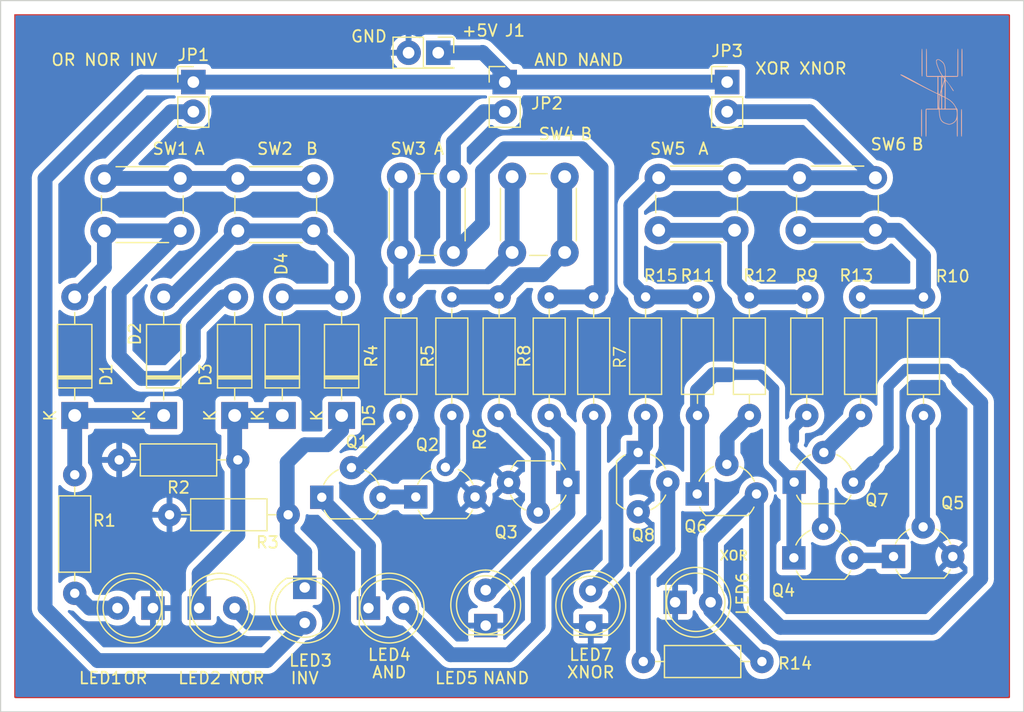
<source format=kicad_pcb>
(kicad_pcb (version 20221018) (generator pcbnew)
  (title_block (title "Placa Lógica Boolena") (date "2023-12-27") (rev "1.0") (company "IFSP-GRU") (comment 1 "Israel R. Dutra"))
  (layers (0 "F.Cu" signal) (31 "B.Cu" signal) (34 "B.Paste" user) (35 "F.Paste" user) (36 "B.SilkS" user "B.Silkscreen") (37 "F.SilkS" user "F.Silkscreen") (38 "B.Mask" user) (39 "F.Mask" user) (44 "Edge.Cuts" user))
  (net 0 "")
  (net 1 "Net-(D1-K)")
  (net 2 "Net-(D1-A)")
  (net 3 "Net-(D2-A)")
  (net 4 "Net-(D3-K)")
  (net 5 "Net-(D5-K)")
  (net 6 "+5V")
  (net 7 "Earth")
  (net 8 "/L1")
  (net 9 "/L2")
  (net 10 "/L3")
  (net 11 "Net-(LED1-A)")
  (net 12 "Net-(LED4-K)")
  (net 13 "Net-(LED4-A)")
  (net 14 "Net-(LED5-A)")
  (net 15 "Net-(LED6-A)")
  (net 16 "Net-(LED7-A)")
  (net 17 "Net-(Q1-B)")
  (net 18 "Net-(Q1-E)")
  (net 19 "Net-(Q2-B)")
  (net 20 "Net-(Q3-B)")
  (net 21 "Net-(Q4-C)")
  (net 22 "Net-(Q4-B)")
  (net 23 "Net-(Q4-E)")
  (net 24 "Net-(Q5-B)")
  (net 25 "Net-(Q6-B)")
  (net 26 "Net-(Q7-B)")
  (net 27 "Net-(Q8-B)")
  (net 28 "Net-(R4-Pad1)")
  (net 29 "Net-(R5-Pad1)")
  (net 30 "Net-(R12-Pad2)")
  (net 31 "Net-(R10-Pad1)")
  (footprint "Resistor_THT:R_Axial_DIN0207_L6.3mm_D2.5mm_P10.16mm_Horizontal" (layer "F.Cu") (at 146.6 100.33 -90)
    (fp_text reference "R5" (at 5.08 2.074 90) (layer "F.SilkS"))
    (fp_text value "22K")
    (pad "1" thru_hole circle (at 0 0 270) (size 1.8 1.8) (drill 0.8) (layers "*.Cu" "*.Mask") (net 29 "Net-(R5-Pad1)"))
    (pad "2" thru_hole oval (at 10.16 0 270) (size 2 2) (drill 0.8) (layers "*.Cu" "*.Mask") (net 19 "Net-(Q2-B)"))
  )
  (footprint "Resistor_THT:R_Axial_DIN0207_L6.3mm_D2.5mm_P10.16mm_Horizontal" (layer "F.Cu") (at 158.75 100.33 -90)
    (fp_text reference "R7" (at 5.17 -2.25 -90) (layer "F.SilkS") (effects (font (thickness 0.125))))
    (fp_text value "130")
    (pad "1" thru_hole circle (at 0 0 270) (size 2 2) (drill 0.8) (layers "*.Cu" "*.Mask") (net 9 "/L2"))
    (pad "2" thru_hole oval (at 10.16 0 270) (size 2 2) (drill 0.8) (layers "*.Cu" "*.Mask") (net 13 "Net-(LED4-A)"))
  )
  (footprint "Package_TO_SOT_THT:TO-92_Wide" (layer "F.Cu") (at 175.895 122.69)
    (fp_text reference "Q4" (at -0.895 2.81) (layer "F.SilkS"))
    (fp_text value "BC337")
    (pad "1" thru_hole rect (at 0 0) (size 2 2) (drill 0.8) (layers "*.Cu" "*.Mask") (net 21 "Net-(Q4-C)"))
    (pad "2" thru_hole circle (at 2.54 -2.54) (size 2 2) (drill 0.8) (layers "*.Cu" "*.Mask") (net 22 "Net-(Q4-B)"))
    (pad "3" thru_hole circle (at 5.08 0) (size 2 2) (drill 0.8) (layers "*.Cu" "*.Mask") (net 23 "Net-(Q4-E)"))
  )
  (footprint "Button_Switch_THT:SW_PUSH_6mm" (layer "F.Cu") (at 164.315 90.115)
    (fp_text reference "SW5" (at 0.785 -2.485) (layer "F.SilkS"))
    (fp_text value "SW_Push")
    (pad "1" thru_hole circle (at 0 0 90) (size 2.4 2.4) (drill 1.1) (layers "*.Cu" "*.Mask") (net 10 "/L3"))
    (pad "1" thru_hole circle (at 6.5 0 90) (size 2.4 2.4) (drill 1.1) (layers "*.Cu" "*.Mask") (net 10 "/L3"))
    (pad "2" thru_hole circle (at 0 4.5 90) (size 2.4 2.4) (drill 1.1) (layers "*.Cu" "*.Mask") (net 30 "Net-(R12-Pad2)"))
    (pad "2" thru_hole circle (at 6.5 4.5 90) (size 2.4 2.4) (drill 1.1) (layers "*.Cu" "*.Mask") (net 30 "Net-(R12-Pad2)"))
  )
  (footprint "Connector_PinHeader_2.54mm:PinHeader_1x02_P2.54mm_Vertical" (layer "F.Cu") (at 124.46 81.915)
    (fp_text reference "JP1" (at 0 -2.33) (layer "F.SilkS"))
    (fp_text value "Jumper_2_Bridged")
    (pad "1" thru_hole rect (at 0 0) (size 2.1 2.1) (drill 1) (layers "*.Cu" "*.Mask") (net 6 "+5V"))
    (pad "2" thru_hole oval (at 0 2.54) (size 2.1 2.1) (drill 1) (layers "*.Cu" "*.Mask") (net 8 "/L1"))
  )
  (footprint "Package_TO_SOT_THT:TO-92_Wide" (layer "F.Cu") (at 135.46 117.5)
    (fp_text reference "Q1" (at 3.04 -4.75) (layer "F.SilkS"))
    (fp_text value "BC337" hide)
    (pad "1" thru_hole rect (at 0 0) (size 2 2) (drill 0.8) (layers "*.Cu" "*.Mask") (net 12 "Net-(LED4-K)"))
    (pad "2" thru_hole circle (at 2.54 -2.54) (size 2 2) (drill 0.8) (layers "*.Cu" "*.Mask") (net 17 "Net-(Q1-B)"))
    (pad "3" thru_hole circle (at 5.08 0) (size 2 2) (drill 0.8) (layers "*.Cu" "*.Mask") (net 18 "Net-(Q1-E)"))
  )
  (footprint "Connector_PinHeader_2.54mm:PinHeader_1x02_P2.54mm_Vertical" (layer "F.Cu") (at 151.13 81.915)
    (fp_text reference "JP2" (at 3.62 1.835) (layer "F.SilkS"))
    (fp_text value "Jumper_2_Bridged")
    (pad "1" thru_hole rect (at 0 0) (size 2.1 2.1) (drill 1) (layers "*.Cu" "*.Mask") (net 6 "+5V"))
    (pad "2" thru_hole oval (at 0 2.54) (size 2.1 2.1) (drill 1) (layers "*.Cu" "*.Mask") (net 9 "/L2"))
  )
  (footprint "Resistor_THT:R_Axial_DIN0207_L6.3mm_D2.5mm_P10.16mm_Horizontal" (layer "F.Cu") (at 142.24 100.33 -90)
    (fp_text reference "R4" (at 5.08 2.54 90) (layer "F.SilkS"))
    (fp_text value "22K")
    (pad "1" thru_hole circle (at 0 0 270) (size 2 2) (drill 0.8) (layers "*.Cu" "*.Mask") (net 28 "Net-(R4-Pad1)"))
    (pad "2" thru_hole oval (at 10.16 0 270) (size 2 2) (drill 0.8) (layers "*.Cu" "*.Mask") (net 17 "Net-(Q1-B)"))
  )
  (footprint "LED_THT:LED_D5.0mm_IRGrey" (layer "F.Cu") (at 166.225 126.5)
    (fp_text reference "LED6" (at 5.275 -0.75 -90) (layer "F.SilkS"))
    (fp_text value "LD271" hide)
    (pad "1" thru_hole rect (at -0.5 0) (size 2 2) (drill 0.9) (layers "*.Cu" "*.Mask") (net 7 "Earth"))
    (pad "2" thru_hole circle (at 2.54 0) (size 2 2) (drill 0.9) (layers "*.Cu" "*.Mask") (net 15 "Net-(LED6-A)"))
  )
  (footprint "Diode_THT:D_DO-41_SOD81_P10.16mm_Horizontal" (layer "F.Cu") (at 128 110.49 90)
    (fp_text reference "D3" (at 3.49 -2.5 90) (layer "F.SilkS"))
    (fp_text value "1N4001" hide)
    (fp_text user "K" (at 0 -2.1 90) (layer "F.SilkS"))
    (pad "1" thru_hole rect (at 0 0 90) (size 2.3 2.3) (drill 1.1) (layers "*.Cu" "*.Mask") (net 4 "Net-(D3-K)"))
    (pad "2" thru_hole oval (at 10.16 0 90) (size 2.3 2.3) (drill 1.1) (layers "*.Cu" "*.Mask") (net 2 "Net-(D1-A)"))
  )
  (footprint "LED_THT:LED_D5.0mm_IRGrey" (layer "F.Cu") (at 158.5 128.04 90)
    (fp_text reference "LED7" (at -2.96 0 180) (layer "F.SilkS"))
    (fp_text value "LD271" hide)
    (pad "1" thru_hole rect (at -0.5 0 90) (size 2 2) (drill 0.9) (layers "*.Cu" "*.Mask") (net 7 "Earth"))
    (pad "2" thru_hole circle (at 2.54 0 90) (size 2 2) (drill 0.9) (layers "*.Cu" "*.Mask") (net 16 "Net-(LED7-A)"))
  )
  (footprint "Resistor_THT:R_Axial_DIN0207_L6.3mm_D2.5mm_P10.16mm_Horizontal" (layer "F.Cu") (at 173.16 131.58 180)
    (fp_text reference "R14" (at -2.84 -0.17 180) (layer "F.SilkS"))
    (fp_text value "6.8K")
    (pad "1" thru_hole circle (at 0 0 180) (size 2 2) (drill 0.8) (layers "*.Cu" "*.Mask") (net 15 "Net-(LED6-A)"))
    (pad "2" thru_hole oval (at 10.16 0 180) (size 2 2) (drill 0.8) (layers "*.Cu" "*.Mask") (net 27 "Net-(Q8-B)"))
  )
  (footprint "Resistor_THT:R_Axial_DIN0207_L6.3mm_D2.5mm_P10.16mm_Horizontal" (layer "F.Cu") (at 154.94 100.33 -90)
    (fp_text reference "R8" (at 5.07 2.14 -90) (layer "F.SilkS"))
    (fp_text value "220")
    (pad "1" thru_hole circle (at 0 0 270) (size 2 2) (drill 0.8) (layers "*.Cu" "*.Mask") (net 9 "/L2"))
    (pad "2" thru_hole oval (at 10.16 0 270) (size 2 2) (drill 0.8) (layers "*.Cu" "*.Mask") (net 14 "Net-(LED5-A)"))
  )
  (footprint "Resistor_THT:R_Axial_DIN0207_L6.3mm_D2.5mm_P10.16mm_Horizontal" (layer "F.Cu") (at 177 100.33 -90)
    (fp_text reference "R9" (at -1.83 0 -180) (layer "F.SilkS"))
    (fp_text value "6.8K")
    (pad "1" thru_hole circle (at 0 0 270) (size 2 2) (drill 0.8) (layers "*.Cu" "*.Mask") (net 30 "Net-(R12-Pad2)"))
    (pad "2" thru_hole oval (at 10.16 0 270) (size 2 2) (drill 0.8) (layers "*.Cu" "*.Mask") (net 22 "Net-(Q4-B)"))
  )
  (footprint "Diode_THT:D_DO-41_SOD81_P10.16mm_Horizontal" (layer "F.Cu") (at 137.16 110.49 90)
    (fp_text reference "D5" (at -0.01 2.34 90) (layer "F.SilkS"))
    (fp_text value "1N4001" hide)
    (fp_text user "K" (at 0 -2.1 90) (layer "F.SilkS"))
    (pad "1" thru_hole rect (at 0 0 90) (size 2.3 2.3) (drill 1.1) (layers "*.Cu" "*.Mask") (net 5 "Net-(D5-K)"))
    (pad "2" thru_hole oval (at 10.16 0 90) (size 2.3 2.3) (drill 1.1) (layers "*.Cu" "*.Mask") (net 3 "Net-(D2-A)"))
  )
  (footprint "Connector_PinHeader_2.54mm:PinHeader_1x02_P2.54mm_Vertical" (layer "F.Cu") (at 170.18 81.915)
    (fp_text reference "JP3" (at 0 -2.665) (layer "F.SilkS"))
    (fp_text value "Jumper_2_Bridged")
    (pad "1" thru_hole rect (at 0 0) (size 2.1 2.1) (drill 1) (layers "*.Cu" "*.Mask") (net 6 "+5V"))
    (pad "2" thru_hole oval (at 0 2.54) (size 2.1 2.1) (drill 1) (layers "*.Cu" "*.Mask") (net 10 "/L3"))
  )
  (footprint "LED_THT:LED_D5.0mm_IRGrey" (layer "F.Cu") (at 134 125.73 -90)
    (fp_text reference "LED3" (at 5.77 -0.5 -180) (layer "F.SilkS"))
    (fp_text value "LD271" hide)
    (pad "1" thru_hole rect (at -0.5 0 270) (size 2 2) (drill 0.9) (layers "*.Cu" "*.Mask") (net 5 "Net-(D5-K)"))
    (pad "2" thru_hole circle (at 2.54 0 270) (size 2 2) (drill 0.9) (layers "*.Cu" "*.Mask") (net 6 "+5V"))
  )
  (footprint "Package_TO_SOT_THT:TO-92_Wide" (layer "F.Cu") (at 162.56 113.665 -90)
    (fp_text reference "Q8" (at 7.085 -0.44 -180) (layer "F.SilkS"))
    (fp_text value "BC337" hide)
    (pad "1" thru_hole rect (at 0 0 270) (size 2 2) (drill 0.8) (layers "*.Cu" "*.Mask") (net 16 "Net-(LED7-A)"))
    (pad "2" thru_hole circle (at 2.54 -2.54 270) (size 2 2) (drill 0.8) (layers "*.Cu" "*.Mask") (net 27 "Net-(Q8-B)"))
    (pad "3" thru_hole circle (at 5.08 0 270) (size 2 2) (drill 0.8) (layers "*.Cu" "*.Mask") (net 7 "Earth"))
  )
  (footprint "Resistor_THT:R_Axial_DIN0207_L6.3mm_D2.5mm_P10.16mm_Horizontal" (layer "F.Cu") (at 128.27 114.3 180)
    (fp_text reference "R2" (at 5.08 -2.37) (layer "F.SilkS"))
    (fp_text value "160")
    (pad "1" thru_hole circle (at 0 0 180) (size 2 2) (drill 0.8) (layers "*.Cu" "*.Mask") (net 4 "Net-(D3-K)"))
    (pad "2" thru_hole oval (at 10.16 0 180) (size 2 2) (drill 0.8) (layers "*.Cu" "*.Mask") (net 7 "Earth"))
  )
  (footprint "Diode_THT:D_DO-41_SOD81_P10.16mm_Horizontal" (layer "F.Cu") (at 132.08 110.49 90)
    (fp_text reference "D4" (at 12.99 -0.08 90) (layer "F.SilkS"))
    (fp_text value "1N4001" hide)
    (fp_text user "K" (at 0 -2.1 90) (layer "F.SilkS"))
    (pad "1" thru_hole rect (at 0 0 90) (size 2.3 2.3) (drill 1.1) (layers "*.Cu" "*.Mask") (net 4 "Net-(D3-K)"))
    (pad "2" thru_hole oval (at 10.16 0 90) (size 2.3 2.3) (drill 1.1) (layers "*.Cu" "*.Mask") (net 3 "Net-(D2-A)"))
  )
  (footprint "LED_THT:LED_D5.0mm_IRGrey" (layer "F.Cu") (at 125.46 127)
    (fp_text reference "LED2" (at -0.46 6) (layer "F.SilkS"))
    (fp_text value "LD271" hide)
    (pad "1" thru_hole rect (at -0.5 0) (size 2 2) (drill 0.9) (layers "*.Cu" "*.Mask") (net 4 "Net-(D3-K)"))
    (pad "2" thru_hole circle (at 2.54 0) (size 2 2) (drill 0.9) (layers "*.Cu" "*.Mask") (net 6 "+5V"))
  )
  (footprint "LED_THT:LED_D5.0mm_IRGrey" (layer "F.Cu") (at 120.5 127 180)
    (fp_text reference "LED1" (at 4 -6) (layer "F.SilkS"))
    (fp_text value "LD271" hide)
    (pad "1" thru_hole rect (at -0.5 0 180) (size 2 2) (drill 0.9) (layers "*.Cu" "*.Mask") (net 7 "Earth"))
    (pad "2" thru_hole circle (at 2.54 0 180) (size 2 2) (drill 0.9) (layers "*.Cu" "*.Mask") (net 11 "Net-(LED1-A)"))
  )
  (footprint "LED_THT:LED_D5.0mm_IRGrey" (layer "F.Cu") (at 149.5 128 90)
    (fp_text reference "LED5" (at -5 -2.5 180) (layer "F.SilkS"))
    (fp_text value "LD271" hide)
    (pad "1" thru_hole rect (at -0.5 0 90) (size 2 2) (drill 0.9) (layers "*.Cu" "*.Mask") (net 7 "Earth"))
    (pad "2" thru_hole circle (at 2.54 0 90) (size 2 2) (drill 0.9) (layers "*.Cu" "*.Mask") (net 14 "Net-(LED5-A)"))
  )
  (footprint "LED_THT:LED_D5.0mm_IRGrey" (layer "F.Cu") (at 139.96 127)
    (fp_text reference "LED4" (at 1.29 4 180) (layer "F.SilkS"))
    (fp_text value "LD271" hide)
    (pad "1" thru_hole rect (at -0.5 0) (size 2 2) (drill 0.9) (layers "*.Cu" "*.Mask") (net 12 "Net-(LED4-K)"))
    (pad "2" thru_hole circle (at 2.54 0) (size 2 2) (drill 0.9) (layers "*.Cu" "*.Mask") (net 13 "Net-(LED4-A)"))
  )
  (footprint "Resistor_THT:R_Axial_DIN0207_L6.3mm_D2.5mm_P10.16mm_Horizontal" (layer "F.Cu") (at 167.64 110.49 90)
    (fp_text reference "R11" (at 11.99 0 180) (layer "F.SilkS"))
    (fp_text value "200")
    (pad "1" thru_hole circle (at 0 0 90) (size 2 2) (drill 0.8) (layers "*.Cu" "*.Mask") (net 21 "Net-(Q4-C)"))
    (pad "2" thru_hole oval (at 10.16 0 90) (size 2 2) (drill 0.8) (layers "*.Cu" "*.Mask") (net 10 "/L3"))
  )
  (footprint "Package_TO_SOT_THT:TO-92_Wide" (layer "F.Cu") (at 167.6146 117.221)
    (fp_text reference "Q6" (at -0.1146 2.779) (layer "F.SilkS"))
    (fp_text value "BC337" hide)
    (pad "1" thru_hole rect (at 0 0) (size 2 2) (drill 0.8) (layers "*.Cu" "*.Mask") (net 21 "Net-(Q4-C)"))
    (pad "2" thru_hole circle (at 2.54 -2.54) (size 2 2) (drill 0.8) (layers "*.Cu" "*.Mask") (net 25 "Net-(Q6-B)"))
    (pad "3" thru_hole circle (at 5.08 0) (size 2 2) (drill 0.8) (layers "*.Cu" "*.Mask") (net 15 "Net-(LED6-A)"))
  )
  (footprint "Connector_PinSocket_2.54mm:PinSocket_2x01_P2.54mm_Vertical" (layer "F.Cu") (at 145.435 79.4)
    (fp_text reference "J1" (at 6.565 -1.9) (layer "F.SilkS"))
    (fp_text value "Conn_01x02")
    (pad "1" thru_hole rect (at 0 0) (size 2.1 2.1) (drill 1) (layers "*.Cu" "*.Mask") (net 6 "+5V"))
    (pad "2" thru_hole oval (at -2.54 0) (size 2.1 2.1) (drill 1) (layers "*.Cu" "*.Mask") (net 7 "Earth"))
  )
  (footprint "Resistor_THT:R_Axial_DIN0207_L6.3mm_D2.5mm_P10.16mm_Horizontal" (layer "F.Cu") (at 172.085 110.49 90)
    (fp_text reference "R12" (at 11.99 0.915 180) (layer "F.SilkS"))
    (fp_text value "6.8K")
    (pad "1" thru_hole circle (at 0 0 90) (size 2 2) (drill 0.8) (layers "*.Cu" "*.Mask") (net 25 "Net-(Q6-B)"))
    (pad "2" thru_hole oval (at 10.16 0 90) (size 2 2) (drill 0.8) (layers "*.Cu" "*.Mask") (net 30 "Net-(R12-Pad2)"))
  )
  (footprint "Button_Switch_THT:SW_PUSH_6mm" (layer "F.Cu") (at 128.27 90.17)
    (fp_text reference "SW2" (at 3.175 -2.54) (layer "F.SilkS"))
    (fp_text value "SW_Push")
    (pad "1" thru_hole circle (at 0 0 90) (size 2.4 2.4) (drill 1.1) (layers "*.Cu" "*.Mask") (net 8 "/L1"))
    (pad "1" thru_hole circle (at 6.5 0 90) (size 2.4 2.4) (drill 1.1) (layers "*.Cu" "*.Mask") (net 8 "/L1"))
    (pad "2" thru_hole circle (at 0 4.5 90) (size 2.4 2.4) (drill 1.1) (layers "*.Cu" "*.Mask") (net 3 "Net-(D2-A)"))
    (pad "2" thru_hole circle (at 6.5 4.5 90) (size 2.4 2.4) (drill 1.1) (layers "*.Cu" "*.Mask") (net 3 "Net-(D2-A)"))
  )
  (footprint "Resistor_THT:R_Axial_DIN0207_L6.3mm_D2.5mm_P10.16mm_Horizontal" (layer "F.Cu") (at 181.61 100.33 -90)
    (fp_text reference "R13" (at -1.83 0.36 -180) (layer "F.SilkS"))
    (fp_text value "6.8K")
    (pad "1" thru_hole circle (at 0 0 270) (size 2 2) (drill 0.8) (layers "*.Cu" "*.Mask") (net 31 "Net-(R10-Pad1)"))
    (pad "2" thru_hole oval (at 10.16 0 270) (size 2 2) (drill 0.8) (layers "*.Cu" "*.Mask") (net 26 "Net-(Q7-B)"))
  )
  (footprint "Resistor_THT:R_Axial_DIN0207_L6.3mm_D2.5mm_P10.16mm_Horizontal" (layer "F.Cu") (at 187 100.34 -90)
    (fp_text reference "R10" (at -1.778 -2.5 -180) (layer "F.SilkS"))
    (fp_text value "6.8K")
    (pad "1" thru_hole circle (at 0 0 270) (size 2 2) (drill 0.8) (layers "*.Cu" "*.Mask") (net 31 "Net-(R10-Pad1)"))
    (pad "2" thru_hole oval (at 10.16 0 270) (size 2 2) (drill 0.8) (layers "*.Cu" "*.Mask") (net 24 "Net-(Q5-B)"))
  )
  (footprint "Button_Switch_THT:SW_PUSH_6mm" (layer "F.Cu") (at 116.84 90.17)
    (fp_text reference "SW1" (at 5.66 -2.54) (layer "F.SilkS"))
    (fp_text value "SW_Push")
    (pad "1" thru_hole circle (at 0 0 90) (size 2.4 2.4) (drill 1.1) (layers "*.Cu" "*.Mask") (net 8 "/L1"))
    (pad "1" thru_hole circle (at 6.5 0 90) (size 2.4 2.4) (drill 1.1) (layers "*.Cu" "*.Mask") (net 8 "/L1"))
    (pad "2" thru_hole circle (at 0 4.5 90) (size 2.4 2.4) (drill 1.1) (layers "*.Cu" "*.Mask") (net 2 "Net-(D1-A)"))
    (pad "2" thru_hole circle (at 6.5 4.5 90) (size 2.4 2.4) (drill 1.1) (layers "*.Cu" "*.Mask") (net 2 "Net-(D1-A)"))
  )
  (footprint "Resistor_THT:R_Axial_DIN0207_L6.3mm_D2.5mm_P10.16mm_Horizontal" (layer "F.Cu") (at 114.3 115.57 -90)
    (fp_text reference "R1" (at 3.93 -2.54 -180) (layer "F.SilkS"))
    (fp_text value "130")
    (pad "1" thru_hole circle (at 0 0 270) (size 2 2) (drill 0.8) (layers "*.Cu" "*.Mask") (net 1 "Net-(D1-K)"))
    (pad "2" thru_hole oval (at 10.16 0 270) (size 2 2) (drill 0.8) (layers "*.Cu" "*.Mask") (net 11 "Net-(LED1-A)"))
  )
  (footprint "Button_Switch_THT:SW_PUSH_6mm" (layer "F.Cu") (at 151.765 96.52 90)
    (fp_text reference "SW4" (at 10.16 3.81 180) (layer "F.SilkS"))
    (fp_text value "SW_Push")
    (pad "1" thru_hole circle (at 0 0 180) (size 2.4 2.4) (drill 1.1) (layers "*.Cu" "*.Mask") (net 28 "Net-(R4-Pad1)"))
    (pad "1" thru_hole circle (at 6.5 0 180) (size 2.4 2.4) (drill 1.1) (layers "*.Cu" "*.Mask") (net 28 "Net-(R4-Pad1)"))
    (pad "2" thru_hole circle (at 0 4.5 180) (size 2.4 2.4) (drill 1.1) (layers "*.Cu" "*.Mask") (net 29 "Net-(R5-Pad1)"))
    (pad "2" thru_hole circle (at 6.5 4.5 180) (size 2.4 2.4) (drill 1.1) (layers "*.Cu" "*.Mask") (net 29 "Net-(R5-Pad1)"))
  )
  (footprint "Package_TO_SOT_THT:TO-92_Wide" (layer "F.Cu") (at 156.54 116.23 180)
    (fp_text reference "Q3" (at 5.29 -4.27) (layer "F.SilkS"))
    (fp_text value "BC337" hide)
    (pad "1" thru_hole rect (at 0 0 180) (size 2 2) (drill 0.8) (layers "*.Cu" "*.Mask") (net 14 "Net-(LED5-A)"))
    (pad "2" thru_hole circle (at 2.54 -2.54 180) (size 2 2) (drill 0.8) (layers "*.Cu" "*.Mask") (net 20 "Net-(Q3-B)"))
    (pad "3" thru_hole circle (at 5.08 0 180) (size 2 2) (drill 0.8) (layers "*.Cu" "*.Mask") (net 7 "Earth"))
  )
  (footprint "Diode_THT:D_DO-41_SOD81_P10.16mm_Horizontal" (layer "F.Cu") (at 121.92 110.49 90)
    (fp_text reference "D2" (at 6.99 -2.47 90) (layer "F.SilkS"))
    (fp_text value "1N4001" hide)
    (fp_text user "K" (at 0 -2.1 90) (layer "F.SilkS"))
    (pad "1" thru_hole rect (at 0 0 90) (size 2.3 2.3) (drill 1.1) (layers "*.Cu" "*.Mask") (net 1 "Net-(D1-K)"))
    (pad "2" thru_hole oval (at 10.16 0 90) (size 2.3 2.3) (drill 1.1) (layers "*.Cu" "*.Mask") (net 3 "Net-(D2-A)"))
  )
  (footprint "Resistor_THT:R_Axial_DIN0207_L6.3mm_D2.5mm_P10.16mm_Horizontal" (layer "F.Cu") (at 132.58 119 180)
    (fp_text reference "R3" (at 1.77 -2.37) (layer "F.SilkS"))
    (fp_text value "160")
    (pad "1" thru_hole circle (at 0 0 180) (size 2 2) (drill 0.8) (layers "*.Cu" "*.Mask") (net 5 "Net-(D5-K)"))
    (pad "2" thru_hole oval (at 10.16 0 180) (size 2 2) (drill 0.8) (layers "*.Cu" "*.Mask") (net 7 "Earth"))
  )
  (footprint "Button_Switch_THT:SW_PUSH_6mm" (layer "F.Cu") (at 146.74 90.02 -90)
    (fp_text reference "SW3" (at -2.39 3.865 -180) (layer "F.SilkS"))
    (fp_text value "SW_Push")
    (pad "1" thru_hole circle (at 0 0) (size 2.4 2.4) (drill 1.1) (layers "*.Cu" "*.Mask") (net 9 "/L2"))
    (pad "1" thru_hole circle (at 6.5 0) (size 2.4 2.4) (drill 1.1) (layers "*.Cu" "*.Mask") (net 9 "/L2"))
    (pad "2" thru_hole circle (at 0 4.5) (size 2.4 2.4) (drill 1.1) (layers "*.Cu" "*.Mask") (net 28 "Net-(R4-Pad1)"))
    (pad "2" thru_hole circle (at 6.5 4.5) (size 2.4 2.4) (drill 1.1) (layers "*.Cu" "*.Mask") (net 28 "Net-(R4-Pad1)"))
  )
  (footprint "Button_Switch_THT:SW_PUSH_6mm" (layer "F.Cu") (at 176.38 90.115)
    (fp_text reference "SW6" (at 7.62 -2.865) (layer "F.SilkS"))
    (fp_text value "SW_Push")
    (pad "1" thru_hole circle (at 0 0 90) (size 2.4 2.4) (drill 1.1) (layers "*.Cu" "*.Mask") (net 10 "/L3"))
    (pad "1" thru_hole circle (at 6.5 0 90) (size 2 2) (drill 1.1) (layers "*.Cu" "*.Mask") (net 10 "/L3"))
    (pad "2" thru_hole circle (at 0 4.5 90) (size 2.4 2.4) (drill 1.1) (layers "*.Cu" "*.Mask") (net 31 "Net-(R10-Pad1)"))
    (pad "2" thru_hole circle (at 6.5 4.5 90) (size 2.4 2.4) (drill 1.1) (layers "*.Cu" "*.Mask") (net 31 "Net-(R10-Pad1)"))
  )
  (footprint "Resistor_THT:R_Axial_DIN0207_L6.3mm_D2.5mm_P10.16mm_Horizontal" (layer "F.Cu") (at 150.65 100.33 -90)
    (fp_text reference "R6" (at 12.17 1.65 -90) (layer "F.SilkS"))
    (fp_text value "22K")
    (pad "1" thru_hole circle (at 0 0 270) (size 2 2) (drill 0.8) (layers "*.Cu" "*.Mask") (net 29 "Net-(R5-Pad1)"))
    (pad "2" thru_hole oval (at 10.16 0 270) (size 2 2) (drill 0.8) (layers "*.Cu" "*.Mask") (net 20 "Net-(Q3-B)"))
  )
  (footprint "Diode_THT:D_DO-41_SOD81_P10.16mm_Horizontal" (layer "F.Cu") (at 114.3 110.49 90)
    (fp_text reference "D1" (at 3.49 2.7 90) (layer "F.SilkS"))
    (fp_text value "1N4001" hide)
    (fp_text user "K" (at 0 -2.1 90) (layer "F.SilkS"))
    (pad "1" thru_hole rect (at 0 0 90) (size 2.3 2.3) (drill 1.1) (layers "*.Cu" "*.Mask") (net 1 "Net-(D1-K)"))
    (pad "2" thru_hole oval (at 10.16 0 90) (size 2.3 2.3) (drill 1.1) (layers "*.Cu" "*.Mask") (net 2 "Net-(D1-A)"))
  )
  (footprint "Resistor_THT:R_Axial_DIN0207_L6.3mm_D2.5mm_P10.16mm_Horizontal" (layer "F.Cu") (at 163.195 100.33 -90)
    (fp_text reference "R15" (at -1.83 -1.305 -180) (layer "F.SilkS"))
    (fp_text value "220")
    (pad "1" thru_hole circle (at 0 0 270) (size 2 2) (drill 0.8) (layers "*.Cu" "*.Mask") (net 10 "/L3"))
    (pad "2" thru_hole oval (at 10.16 0 270) (size 2 2) (drill 0.8) (layers "*.Cu" "*.Mask") (net 16 "Net-(LED7-A)"))
  )
  (footprint "Package_TO_SOT_THT:TO-92_Wide" (layer "F.Cu") (at 143.51 117.475)
    (fp_text reference "Q2" (at 0.99 -4.475) (layer "F.SilkS"))
    (fp_text value "BC337" hide)
    (pad "1" thru_hole rect (at 0 0) (size 2 2) (drill 0.8) (layers "*.Cu" "*.Mask") (net 18 "Net-(Q1-E)"))
    (pad "2" thru_hole circle (at 2.54 -2.54) (size 1.5 1.5) (drill 0.8) (layers "*.Cu" "*.Mask") (net 19 "Net-(Q2-B)"))
    (pad "3" thru_hole circle (at 5.08 0) (size 2 2) (drill 0.8) (layers "*.Cu" "*.Mask") (net 7 "Earth"))
  )
  (footprint "Package_TO_SOT_THT:TO-92_Wide" (layer "F.Cu") (at 184.4294 122.5804)
    (fp_text reference "Q5" (at 5.0706 -4.5804) (layer "F.SilkS"))
    (fp_text value "BC337")
    (pad "1" thru_hole rect (at 0 0) (size 2 2) (drill 0.8) (layers "*.Cu" "*.Mask") (net 23 "Net-(Q4-E)"))
    (pad "2" thru_hole circle (at 2.54 -2.54) (size 2 2) (drill 0.8) (layers "*.Cu" "*.Mask") (net 24 "Net-(Q5-B)"))
    (pad "3" thru_hole circle (at 5.08 0) (size 2 2) (drill 0.8) (layers "*.Cu" "*.Mask") (net 7 "Earth"))
  )
  (footprint "Package_TO_SOT_THT:TO-92_Wide" (layer "F.Cu") (at 175.92 116.205)
    (fp_text reference "Q7" (at 7.08 1.545) (layer "F.SilkS"))
    (fp_text value "BC337" hide)
    (pad "1" thru_hole rect (at 0 0) (size 2 2) (drill 0.8) (layers "*.Cu" "*.Mask") (net 21 "Net-(Q4-C)"))
    (pad "2" thru_hole circle (at 2.54 -2.54) (size 2 2) (drill 0.8) (layers "*.Cu" "*.Mask") (net 26 "Net-(Q7-B)"))
    (pad "3" thru_hole circle (at 5.08 0) (size 2 2) (drill 0.8) (layers "*.Cu" "*.Mask") (net 15 "Net-(LED6-A)"))
  )
  (footprint "LOGO" (layer "B.Cu") (at 188.595 83.312 180)
    (fp_text reference "G***" hide)
    (fp_text value "LOGO" hide)
  )
  (gr_rect (start 109.22 76.2) (end 194.31 134.62) (stroke (width 0.2)) (fill none) (layer "F.Cu"))
  (gr_rect (start 107.95 74.93) (end 195.58 135.89) (stroke (width 0.1)) (fill none) (layer "Edge.Cuts"))
  (gr_text "INV" (at 134 133) (layer "F.SilkS") (effects (font (size 1 1))))
  (gr_text "XNOR" (at 158.5 132.5) (layer "F.SilkS") (effects (font (size 1 1))))
  (gr_text "A" (at 125 87.63) (layer "F.SilkS") (effects (font (size 1 1))))
  (gr_text "B" (at 158.115 86.36) (layer "F.SilkS") (effects (font (size 1 1))))
  (gr_text "B" (at 134.62 87.63) (layer "F.SilkS") (effects (font (size 1 1))))
  (gr_text "XOR XNOR\n" (at 176.5 80.75) (layer "F.SilkS") (effects (font (size 1 1))))
  (gr_text "A" (at 168.148 87.63) (layer "F.SilkS") (effects (font (size 1 1))))
  (gr_text "+5V" (at 149 77.5) (layer "F.SilkS") (effects (font (size 1 1))))
  (gr_text "XOR" (at 170.75 122.5) (layer "F.SilkS") (effects (font (size 0.8 0.8))))
  (gr_text "AND NAND\n" (at 157.48 80.01) (layer "F.SilkS") (effects (font (size 1 1))))
  (gr_text "NOR\n" (at 129 133) (layer "F.SilkS") (effects (font (size 1 1))))
  (gr_text "AND" (at 141.25 132.5) (layer "F.SilkS") (effects (font (size 1 1))))
  (gr_text "OR" (at 119.5 133) (layer "F.SilkS") (effects (font (size 1 1))))
  (gr_text "A" (at 145.5 87.63) (layer "F.SilkS") (effects (font (size 1 1))))
  (gr_text "NAND" (at 151.25 133) (layer "F.SilkS") (effects (font (size 1 1))))
  (gr_text "OR NOR INV" (at 116.84 80.01) (layer "F.SilkS") (effects (font (size 1 1))))
  (gr_text "B" (at 186.5 87.25) (layer "F.SilkS") (effects (font (size 1 1))))
  (gr_text "GND\n" (at 139.5 78) (layer "F.SilkS") (effects (font (size 1 1))))
  (segment (start 121.92 110.49) (end 114.3 110.49) (width 1.27) (layer "B.Cu") (net 1))
  (segment (start 114.3 110.49) (end 114.3 115.57) (width 1.27) (layer "B.Cu") (net 1))
  (segment (start 118.11 105.41) (end 118.11 99.9) (width 1.27) (layer "B.Cu") (net 2))
  (segment (start 124.46 105.41) (end 122.555 107.315) (width 1.27) (layer "B.Cu") (net 2))
  (segment (start 120.015 107.315) (end 118.11 105.41) (width 1.27) (layer "B.Cu") (net 2))
  (segment (start 124.46 102.87) (end 124.46 105.41) (width 1.27) (layer "B.Cu") (net 2))
  (segment (start 116.84 94.67) (end 116.84 97.79) (width 1.27) (layer "B.Cu") (net 2))
  (segment (start 116.84 94.67) (end 123.34 94.67) (width 1.27) (layer "B.Cu") (net 2))
  (segment (start 128 100.33) (end 127 100.33) (width 1.27) (layer "B.Cu") (net 2))
  (segment (start 127 100.33) (end 124.46 102.87) (width 1.27) (layer "B.Cu") (net 2))
  (segment (start 116.84 97.79) (end 114.3 100.33) (width 1.27) (layer "B.Cu") (net 2))
  (segment (start 118.11 99.9) (end 123.34 94.67) (width 1.27) (layer "B.Cu") (net 2))
  (segment (start 122.555 107.315) (end 120.015 107.315) (width 1.27) (layer "B.Cu") (net 2))
  (segment (start 128.27 94.67) (end 122.61 100.33) (width 1.27) (layer "B.Cu") (net 3))
  (segment (start 132.08 100.33) (end 137.16 100.33) (width 1.27) (layer "B.Cu") (net 3))
  (segment (start 137.16 97.06) (end 134.77 94.67) (width 1.27) (layer "B.Cu") (net 3))
  (segment (start 122.61 100.33) (end 121.92 100.33) (width 1.27) (layer "B.Cu") (net 3))
  (segment (start 137.16 100.33) (end 137.16 97.06) (width 1.27) (layer "B.Cu") (net 3))
  (segment (start 134.77 94.67) (end 128.27 94.67) (width 1.27) (layer "B.Cu") (net 3))
  (segment (start 128 114.03) (end 128.27 114.3) (width 1.27) (layer "B.Cu") (net 4))
  (segment (start 128.27 120.73) (end 128.27 114.3) (width 1.27) (layer "B.Cu") (net 4))
  (segment (start 124.96 124.04) (end 128.27 120.73) (width 1.27) (layer "B.Cu") (net 4))
  (segment (start 128 110.49) (end 128 114.03) (width 1.27) (layer "B.Cu") (net 4))
  (segment (start 124.96 127) (end 124.96 124.04) (width 1.27) (layer "B.Cu") (net 4))
  (segment (start 132.08 110.49) (end 128 110.49) (width 1.27) (layer "B.Cu") (net 4))
  (segment (start 134 122.2144) (end 132.5 120.7144) (width 1.27) (layer "B.Cu") (net 5))
  (segment (start 132.5 120.7144) (end 132.5 114.5) (width 1.27) (layer "B.Cu") (net 5))
  (segment (start 134 113) (end 135.92 113) (width 1.27) (layer "B.Cu") (net 5))
  (segment (start 137.16 111.76) (end 137.16 110.49) (width 1.27) (layer "B.Cu") (net 5))
  (segment (start 135.92 113) (end 137.16 111.76) (width 1.27) (layer "B.Cu") (net 5))
  (segment (start 132.5 114.5) (end 134 113) (width 1.27) (layer "B.Cu") (net 5))
  (segment (start 134 125.23) (end 134 122.2144) (width 1.27) (layer "B.Cu") (net 5))
  (segment (start 151.13 81.28) (end 149.225 79.375) (width 1.27) (layer "B.Cu") (net 6))
  (segment (start 149.225 79.375) (end 149.2 79.4) (width 1.27) (layer "B.Cu") (net 6))
  (segment (start 111.76 127) (end 116.26 131.5) (width 1.27) (layer "B.Cu") (net 6))
  (segment (start 149.2 79.4) (end 145.435 79.4) (width 1.27) (layer "B.Cu") (net 6))
  (segment (start 111.76 90.17) (end 111.76 127) (width 1.27) (layer "B.Cu") (net 6))
  (segment (start 120.015 81.915) (end 111.76 90.17) (width 1.27) (layer "B.Cu") (net 6))
  (segment (start 124.46 81.915) (end 120.015 81.915) (width 1.27) (layer "B.Cu") (net 6))
  (segment (start 124.46 81.915) (end 151.13 81.915) (width 1.27) (layer "B.Cu") (net 6))
  (segment (start 129.27 128.27) (end 128 127) (width 1.27) (layer "B.Cu") (net 6))
  (segment (start 134 128.27) (end 129.27 128.27) (width 1.27) (layer "B.Cu") (net 6))
  (segment (start 116.26 131.5) (end 130.77 131.5) (width 1.27) (layer "B.Cu") (net 6))
  (segment (start 130.77 131.5) (end 134 128.27) (width 1.27) (layer "B.Cu") (net 6))
  (segment (start 170.18 81.915) (end 151.13 81.915) (width 1.27) (layer "B.Cu") (net 6))
  (segment (start 151.13 81.915) (end 151.13 81.28) (width 1.27) (layer "B.Cu") (net 6))
  (segment (start 116.84 90.17) (end 123.34 90.17) (width 1.27) (layer "B.Cu") (net 8))
  (segment (start 128.27 90.17) (end 134.77 90.17) (width 1.27) (layer "B.Cu") (net 8))
  (segment (start 123.34 90.17) (end 128.27 90.17) (width 1.27) (layer "B.Cu") (net 8))
  (segment (start 122.555 84.455) (end 116.84 90.17) (width 1.27) (layer "B.Cu") (net 8))
  (segment (start 124.46 84.455) (end 122.555 84.455) (width 1.27) (layer "B.Cu") (net 8))
  (segment (start 157.751462 87.63) (end 159.385 89.263538) (width 1.27) (layer "B.Cu") (net 9))
  (segment (start 146.74 87.05) (end 149.335 84.455) (width 1.27) (layer "B.Cu") (net 9))
  (segment (start 159.385 89.263538) (end 159.385 99.695) (width 1.27) (layer "B.Cu") (net 9))
  (segment (start 146.74 96.52) (end 149.225 94.035) (width 1.27) (layer "B.Cu") (net 9))
  (segment (start 149.225 89.535) (end 151.13 87.63) (width 1.27) (layer "B.Cu") (net 9))
  (segment (start 159.385 99.695) (end 158.75 100.33) (width 1.27) (layer "B.Cu") (net 9))
  (segment (start 158.75 100.33) (end 154.94 100.33) (width 1.27) (layer "B.Cu") (net 9))
  (segment (start 146.74 87.05) (end 146.74 90.02) (width 1.27) (layer "B.Cu") (net 9))
  (segment (start 149.335 84.455) (end 151.13 84.455) (width 1.27) (layer "B.Cu") (net 9))
  (segment (start 149.225 94.035) (end 149.225 89.535) (width 1.27) (layer "B.Cu") (net 9))
  (segment (start 146.74 90.02) (end 146.74 96.52) (width 1.27) (layer "B.Cu") (net 9))
  (segment (start 151.13 87.63) (end 157.751462 87.63) (width 1.27) (layer "B.Cu") (net 9))
  (segment (start 182.88 90.115) (end 176.38 90.115) (width 1.27) (layer "B.Cu") (net 10))
  (segment (start 176.38 90.115) (end 170.815 90.115) (width 1.27) (layer "B.Cu") (net 10))
  (segment (start 164.315 90.115) (end 161.925 92.505) (width 1.27) (layer "B.Cu") (net 10))
  (segment (start 163.195 100.33) (end 167.64 100.33) (width 1.27) (layer "B.Cu") (net 10))
  (segment (start 161.925 99.06) (end 163.195 100.33) (width 1.27) (layer "B.Cu") (net 10))
  (segment (start 170.815 90.115) (end 164.315 90.115) (width 1.27) (layer "B.Cu") (net 10))
  (segment (start 161.925 92.505) (end 161.925 99.06) (width 1.27) (layer "B.Cu") (net 10))
  (segment (start 177.22 84.455) (end 170.18 84.455) (width 1.27) (layer "B.Cu") (net 10))
  (segment (start 182.88 90.115) (end 177.22 84.455) (width 1.27) (layer "B.Cu") (net 10))
  (segment (start 117.96 127) (end 115.57 127) (width 1.27) (layer "B.Cu") (net 11))
  (segment (start 115.57 127) (end 114.3 125.73) (width 1.27) (layer "B.Cu") (net 11))
  (segment (start 135.39 117.61) (end 139.46 121.68) (width 1.27) (layer "B.Cu") (net 12))
  (segment (start 139.46 121.68) (end 139.46 127) (width 1.27) (layer "B.Cu") (net 12))
  (segment (start 158.75 110.49) (end 158.75 119.25) (width 1.27) (layer "B.Cu") (net 13))
  (segment (start 158.75 119.25) (end 154 124) (width 1.27) (layer "B.Cu") (net 13))
  (segment (start 151.5 131) (end 146.5 131) (width 1.27) (layer "B.Cu") (net 13))
  (segment (start 154 128.5) (end 151.5 131) (width 1.27) (layer "B.Cu") (net 13))
  (segment (start 146.5 131) (end 142.5 127) (width 1.27) (layer "B.Cu") (net 13))
  (segment (start 154 124) (end 154 128.5) (width 1.27) (layer "B.Cu") (net 13))
  (segment (start 156.54 112.09) (end 154.94 110.49) (width 1.27) (layer "B.Cu") (net 14))
  (segment (start 149.905082 125.46) (end 149.5 125.46) (width 1.27) (layer "B.Cu") (net 14))
  (segment (start 156.54 118.825082) (end 149.905082 125.46) (width 1.27) (layer "B.Cu") (net 14))
  (segment (start 156.54 116.23) (end 156.54 112.09) (width 1.27) (layer "B.Cu") (net 14))
  (segment (start 156.54 116.23) (end 156.54 118.825082) (width 1.27) (layer "B.Cu") (net 14))
  (segment (start 182.6 114.6) (end 182.605 114.6) (width 0.889) (layer "B.Cu") (net 15))
  (segment (start 184 113.205) (end 184 108) (width 0.889) (layer "B.Cu") (net 15))
  (segment (start 182.6 114.605) (end 182.6 114.6) (width 0.889) (layer "B.Cu") (net 15))
  (segment (start 185.5 106.5) (end 189 106.5) (width 0.889) (layer "B.Cu") (net 15))
  (segment (start 181 116.205) (end 182.6 114.605) (width 1.27) (layer "B.Cu") (net 15))
  (segment (start 184 108) (end 185.5 106.5) (width 0.889) (layer "B.Cu") (net 15))
  (segment (start 187.706 128.651) (end 174.752 128.651) (width 1.27) (layer "B.Cu") (net 15))
  (segment (start 168.765 121.1506) (end 172.6946 117.221) (width 1.27) (layer "B.Cu") (net 15))
  (segment (start 190 107.5) (end 191.897 109.397) (width 1.27) (layer "B.Cu") (net 15))
  (segment (start 168.765 126.5) (end 168.765 127.185) (width 1.27) (layer "B.Cu") (net 15))
  (segment (start 182.605 114.6) (end 184 113.205) (width 0.889) (layer "B.Cu") (net 15))
  (segment (start 174.752 128.651) (end 172.6946 126.5936) (width 1.27) (layer "B.Cu") (net 15))
  (segment (start 168.765 126.5) (end 168.765 121.1506) (width 1.27) (layer "B.Cu") (net 15))
  (segment (start 168.765 127.185) (end 173.16 131.58) (width 1.27) (layer "B.Cu") (net 15))
  (segment (start 172.6946 126.5936) (end 172.6946 117.221) (width 1.27) (layer "B.Cu") (net 15))
  (segment (start 191.897 109.397) (end 191.897 124.46) (width 1.27) (layer "B.Cu") (net 15))
  (segment (start 189 106.5) (end 190 107.5) (width 0.889) (layer "B.Cu") (net 15))
  (segment (start 191.897 124.46) (end 187.706 128.651) (width 1.27) (layer "B.Cu") (net 15))
  (segment (start 163.195 110.49) (end 163.195 113.03) (width 1.27) (layer "B.Cu") (net 16))
  (segment (start 163.195 113.03) (end 162.56 113.665) (width 1.27) (layer "B.Cu") (net 16))
  (segment (start 160.655 123.345) (end 158.5 125.5) (width 1.27) (layer "B.Cu") (net 16))
  (segment (start 160.655 115.57) (end 160.655 123.345) (width 1.27) (layer "B.Cu") (net 16))
  (segment (start 162.56 113.665) (end 160.655 115.57) (width 1.27) (layer "B.Cu") (net 16))
  (segment (start 142.24 110.49) (end 142.24 111.26) (width 1.27) (layer "B.Cu") (net 17))
  (segment (start 142.24 111.26) (end 138.54 114.96) (width 1.27) (layer "B.Cu") (net 17))
  (segment (start 138.54 114.96) (end 138 114.96) (width 1.27) (layer "B.Cu") (net 17))
  (segment (start 140.565 117.475) (end 140.54 117.5) (width 1.27) (layer "B.Cu") (net 18))
  (segment (start 143.51 117.475) (end 140.565 117.475) (width 1.27) (layer "B.Cu") (net 18))
  (segment (start 146.05 114.935) (end 146.685 114.3) (width 1.27) (layer "B.Cu") (net 19))
  (segment (start 146.685 114.3) (end 146.685 110.575) (width 1.27) (layer "B.Cu") (net 19))
  (segment (start 146.685 110.575) (end 146.6 110.49) (width 1.27) (layer "B.Cu") (net 19))
  (segment (start 154 113.84) (end 150.65 110.49) (width 1.27) (layer "B.Cu") (net 20))
  (segment (start 154 118.77) (end 154 113.84) (width 1.27) (layer "B.Cu") (net 20))
  (segment (start 167.64 108.36) (end 167.64 110.49) (width 1.27) (layer "B.Cu") (net 21))
  (segment (start 174.2 114.485) (end 175.92 116.205) (width 0.889) (layer "B.Cu") (net 21))
  (segment (start 175.895 116.23) (end 175.895 122.69) (width 1.27) (layer "B.Cu") (net 21))
  (segment (start 167.64 110.49) (end 167.64 117.1956) (width 1.27) (layer "B.Cu") (net 21))
  (segment (start 173 107) (end 174.2 108.2) (width 0.889) (layer "B.Cu") (net 21))
  (segment (start 175.92 116.205) (end 175.895 116.23) (width 1.27) (layer "B.Cu") (net 21))
  (segment (start 170.4 107) (end 169 107) (width 1.27) (layer "B.Cu") (net 21))
  (segment (start 170.4 107) (end 173 107) (width 0.889) (layer "B.Cu") (net 21))
  (segment (start 174.2 108.2) (end 174.2 114.485) (width 0.889) (layer "B.Cu") (net 21))
  (segment (start 169 107) (end 167.64 108.36) (width 1.27) (layer "B.Cu") (net 21))
  (segment (start 167.64 117.1956) (end 167.6146 117.221) (width 1.27) (layer "B.Cu") (net 21))
  (segment (start 178.435 117) (end 178.435 115.935) (width 0.635) (layer "B.Cu") (net 22))
  (segment (start 178.435 117) (end 178.435 120.15) (width 0.889) (layer "B.Cu") (net 22))
  (segment (start 175.895 111.595) (end 175.895 112.6) (width 0.889) (layer "B.Cu") (net 22))
  (segment (start 175.895 113.395) (end 175.895 112.6) (width 0.635) (layer "B.Cu") (net 22))
  (segment (start 177 110.49) (end 175.895 111.595) (width 0.889) (layer "B.Cu") (net 22))
  (segment (start 178.435 115.935) (end 175.895 113.395) (width 0.635) (layer "B.Cu") (net 22))
  (segment (start 178.435 120.15) (end 178.27 119.985) (width 0.635) (layer "B.Cu") (net 22))
  (segment (start 180.975 122.69) (end 184.3198 122.69) (width 0.889) (layer "B.Cu") (net 23))
  (segment (start 184.3198 122.69) (end 184.4294 122.5804) (width 0.889) (layer "B.Cu") (net 23))
  (segment (start 186.9186 119.9896) (end 186.9694 120.0404) (width 1.27) (layer "B.Cu") (net 24))
  (segment (start 186.9186 110.5814) (end 186.9186 119.9896) (width 1.27) (layer "B.Cu") (net 24))
  (segment (start 187 110.5) (end 186.9186 110.5814) (width 1.27) (layer "B.Cu") (net 24))
  (segment (start 170.18 112.395) (end 172.085 110.49) (width 1.27) (layer "B.Cu") (net 25))
  (segment (start 170.18 114.6556) (end 170.18 112.395) (width 1.27) (layer "B.Cu") (net 25))
  (segment (start 170.1546 114.681) (end 170.18 114.6556) (width 1.27) (layer "B.Cu") (net 25))
  (segment (start 178.46 113.64) (end 181.61 110.49) (width 1.27) (layer "B.Cu") (net 26))
  (segment (start 178.46 113.665) (end 178.46 113.64) (width 1.27) (layer "B.Cu") (net 26))
  (segment (start 163 124) (end 165.1 121.9) (width 1.27) (layer "B.Cu") (net 27))
  (segment (start 164.92 116.385) (end 165.1 116.205) (width 1.27) (layer "B.Cu") (net 27))
  (segment (start 163 131.58) (end 163 124) (width 1.27) (layer "B.Cu") (net 27))
  (segment (start 165.1 121.9) (end 165.1 116.205) (width 1.27) (layer "B.Cu") (net 27))
  (segment (start 142.24 96.52) (end 142.24 100.33) (width 1.27) (layer "B.Cu") (net 28))
  (segment (start 149.69 98.595) (end 151.765 96.52) (width 1.27) (layer "B.Cu") (net 28))
  (segment (start 143.975 98.595) (end 149.69 98.595) (width 1.27) (layer "B.Cu") (net 28))
  (segment (start 142.24 90.02) (end 142.24 96.52) (width 1.27) (layer "B.Cu") (net 28))
  (segment (start 151.765 90.02) (end 151.765 96.52) (width 1.27) (layer "B.Cu") (net 28))
  (segment (start 142.24 100.33) (end 143.975 98.595) (width 1.27) (layer "B.Cu") (net 28))
  (segment (start 154.36 98.425) (end 152.555 98.425) (width 1.27) (layer "B.Cu") (net 29))
  (segment (start 150.65 100.33) (end 146.6 100.33) (width 1.27) (layer "B.Cu") (net 29))
  (segment (start 152.555 98.425) (end 150.65 100.33) (width 1.27) (layer "B.Cu") (net 29))
  (segment (start 156.265 96.52) (end 154.36 98.425) (width 1.27) (layer "B.Cu") (net 29))
  (segment (start 156.265 90.02) (end 156.265 96.52) (width 1.27) (layer "B.Cu") (net 29))
  (segment (start 170.815 94.615) (end 170.815 99.06) (width 1.27) (layer "B.Cu") (net 30))
  (segment (start 164.315 94.615) (end 170.815 94.615) (width 1.27) (layer "B.Cu") (net 30))
  (segment (start 175.895 100.33) (end 172.085 100.33) (width 1.27) (layer "B.Cu") (net 30))
  (segment (start 170.815 99.06) (end 172.085 100.33) (width 1.27) (layer "B.Cu") (net 30))
  (segment (start 184.785 94.615) (end 187 96.83) (width 1.27) (layer "B.Cu") (net 31))
  (segment (start 176.38 94.615) (end 182.88 94.615) (width 1.27) (layer "B.Cu") (net 31))
  (segment (start 187 100.34) (end 186.99 100.33) (width 1.27) (layer "B.Cu") (net 31))
  (segment (start 186.99 100.33) (end 181.61 100.33) (width 1.27) (layer "B.Cu") (net 31))
  (segment (start 182.88 94.615) (end 184.785 94.615) (width 1.27) (layer "B.Cu") (net 31))
  (segment (start 187 96.83) (end 187 100.34) (width 1.27) (layer "B.Cu") (net 31))
  (zone (net 7) (net_name "Earth") (layer "B.Cu") (connect_pads (clearance 0.5)) (min_thickness 0.25) (fill yes (thermal_gap 0.5) (thermal_bridge_width 0.5))
    (polygon (pts (xy 194.31 134.62) (xy 194.31 76.2) (xy 109.22 76.2) (xy 109.22 134.62)))
  )
)
</source>
